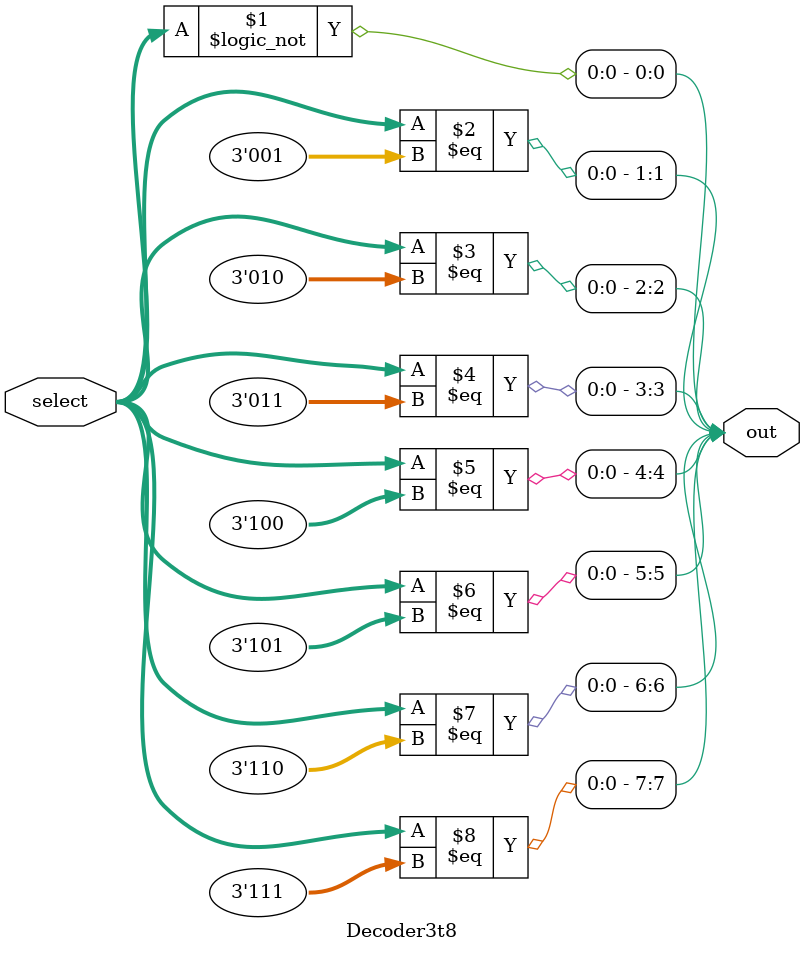
<source format=v>
module Decoder3t8(input[2:0] select, output[7:0] out);
	assign out[0] = (select == 0);
	assign out[1] = (select == 1);
	assign out[2] = (select == 2);
	assign out[3] = (select == 3);
	assign out[4] = (select == 4);
	assign out[5] = (select == 5);
	assign out[6] = (select == 6);
	assign out[7] = (select == 7);
endmodule

</source>
